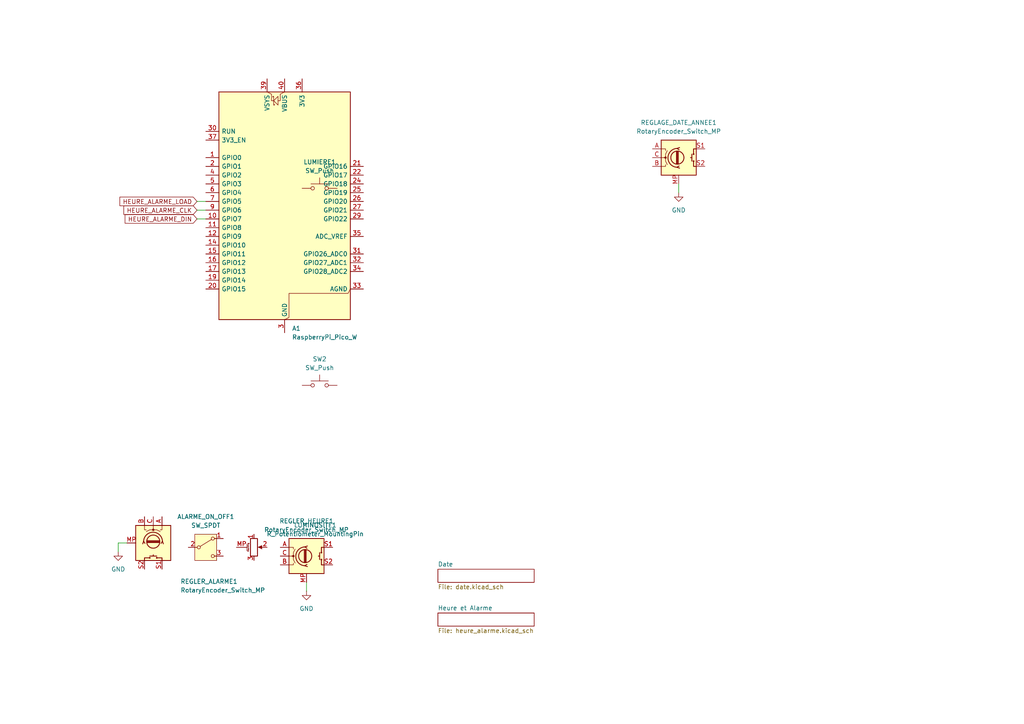
<source format=kicad_sch>
(kicad_sch (version 20250114) (generator "eeschema") (generator_version "9.0")
  (paper "A4")
  (lib_symbols
    (symbol "Device:R_Potentiometer_MountingPin" (pin_names (offset 1.016) (hide yes))
      (property "Reference" "RV" (at -8.255 0 90))
      (property "Value" "R_Potentiometer_MountingPin" (at -6.35 0 90))
      (symbol "R_Potentiometer_MountingPin_0_1"
        (rectangle (start 1.016 2.54) (end -1.016 -2.54) (stroke (width 0.254)))
        (polyline (pts (xy 1.143 0) (xy 2.286 0.508) (xy 2.286 -0.508)) (fill (type outline)))
        (polyline (pts (xy 2.54 0) (xy 1.524 0)))
      )
      (symbol "R_Potentiometer_MountingPin_1_1"
        (polyline (pts (xy -2.032 1.016) (xy -2.032 -1.016)) (stroke (width 0.1524)))
        (text "Mounting" (at -1.651 0 900) (effects (font (size 0.381 0.381))))
        (pin passive line (at -5.08 0 0) (length 3.048) (name "MountPin") (number "MP"))
        (pin passive line (at 0 3.81 270) (length 1.27) (name "1") (number "1"))
        (pin passive line (at 0 -3.81 90) (length 1.27) (name "3") (number "3"))
        (pin passive line (at 3.81 0 180) (length 1.27) (name "2") (number "2"))
      )
    )
    (symbol "Device:RotaryEncoder_Switch_MP" (pin_names (offset 0.254) (hide yes))
      (property "Reference" "SW" (at 0 8.89 0))
      (property "Value" "RotaryEncoder_Switch_MP" (at 0 6.35 0))
      (symbol "RotaryEncoder_Switch_MP_0_1"
        (rectangle (start -5.08 5.08) (end 5.08 -5.08) (stroke (width 0.254)) (fill (type background)))
        (polyline (pts (xy -5.08 2.54) (xy -3.81 2.54) (xy -3.81 2.032)))
        (polyline (pts (xy -5.08 0) (xy -3.81 0) (xy -3.81 -1.016) (xy -3.302 -2.032)))
        (polyline (pts (xy -5.08 -2.54) (xy -3.81 -2.54) (xy -3.81 -2.032)))
        (polyline (pts (xy -4.318 0) (xy -3.81 0) (xy -3.81 1.016) (xy -3.302 2.032)))
        (circle (center -3.81 0) (radius 0.254) (fill (type outline)))
        (polyline (pts (xy -0.635 -1.778) (xy -0.635 1.778)) (stroke (width 0.254)))
        (circle (center -0.381 0) (radius 1.905) (stroke (width 0.254)))
        (polyline (pts (xy -0.381 -1.778) (xy -0.381 1.778)) (stroke (width 0.254)))
        (arc (start -0.381 -2.794) (mid -3.0988 -0.0635) (end -0.381 2.667) (stroke (width 0.254)))
        (polyline (pts (xy -0.127 1.778) (xy -0.127 -1.778)) (stroke (width 0.254)))
        (polyline (pts (xy 0.254 2.921) (xy -0.508 2.667) (xy 0.127 2.286)) (stroke (width 0.254)))
        (polyline (pts (xy 0.254 -3.048) (xy -0.508 -2.794) (xy 0.127 -2.413)) (stroke (width 0.254)))
        (polyline (pts (xy 3.81 1.016) (xy 3.81 -1.016)) (stroke (width 0.254)))
        (polyline (pts (xy 3.81 0) (xy 3.429 0)) (stroke (width 0.254)))
        (circle (center 4.318 1.016) (radius 0.127) (stroke (width 0.254)))
        (circle (center 4.318 -1.016) (radius 0.127) (stroke (width 0.254)))
        (polyline (pts (xy 5.08 2.54) (xy 4.318 2.54) (xy 4.318 1.016)) (stroke (width 0.254)))
        (polyline (pts (xy 5.08 -2.54) (xy 4.318 -2.54) (xy 4.318 -1.016)) (stroke (width 0.254)))
      )
      (symbol "RotaryEncoder_Switch_MP_1_1"
        (pin passive line (at -7.62 2.54 0) (length 2.54) (name "A") (number "A"))
        (pin passive line (at -7.62 0 0) (length 2.54) (name "C") (number "C"))
        (pin passive line (at -7.62 -2.54 0) (length 2.54) (name "B") (number "B"))
        (pin passive line (at 0 -7.62 90) (length 2.54) (name "MP") (number "MP"))
        (pin passive line (at 7.62 2.54 180) (length 2.54) (name "S1") (number "S1"))
        (pin passive line (at 7.62 -2.54 180) (length 2.54) (name "S2") (number "S2"))
      )
    )
    (symbol "MCU_Module:RaspberryPi_Pico_W" (pin_names (offset 0.762))
      (property "Reference" "A" (at -19.05 35.56 0))
      (property "Value" "RaspberryPi_Pico_W" (at 7.62 35.56 0))
      (symbol "RaspberryPi_Pico_W_0_1"
        (rectangle (start -19.05 34.29) (end 19.05 -31.75) (stroke (width 0.254)) (fill (type background)))
        (polyline (pts (xy -5.08 34.29) (xy -3.81 33.655) (xy -3.81 31.75) (xy -3.175 31.75)))
        (polyline (pts (xy -3.429 32.766) (xy -3.429 33.02) (xy -3.175 33.02) (xy -3.175 30.48) (xy -2.921 30.48) (xy -2.921 30.734)))
        (polyline (pts (xy -3.175 31.75) (xy -1.905 33.02) (xy -1.905 30.48) (xy -3.175 31.75)))
        (polyline (pts (xy 0 34.29) (xy -1.27 33.655) (xy -1.27 31.75) (xy -1.905 31.75)))
        (polyline (pts (xy 0 -31.75) (xy 1.27 -31.115) (xy 1.27 -24.13) (xy 18.415 -24.13) (xy 19.05 -22.86)))
      )
      (symbol "RaspberryPi_Pico_W_1_1"
        (pin passive line (at -22.86 22.86 0) (length 3.81) (name "RUN") (number "30"))
        (pin passive line (at -22.86 20.32 0) (length 3.81) (name "3V3_EN") (number "37"))
        (pin bidirectional line (at -22.86 15.24 0) (length 3.81) (name "GPIO0") (number "1"))
        (pin bidirectional line (at -22.86 12.7 0) (length 3.81) (name "GPIO1") (number "2"))
        (pin bidirectional line (at -22.86 10.16 0) (length 3.81) (name "GPIO2") (number "4"))
        (pin bidirectional line (at -22.86 7.62 0) (length 3.81) (name "GPIO3") (number "5"))
        (pin bidirectional line (at -22.86 5.08 0) (length 3.81) (name "GPIO4") (number "6"))
        (pin bidirectional line (at -22.86 2.54 0) (length 3.81) (name "GPIO5") (number "7"))
        (pin bidirectional line (at -22.86 0 0) (length 3.81) (name "GPIO6") (number "9"))
        (pin bidirectional line (at -22.86 -2.54 0) (length 3.81) (name "GPIO7") (number "10"))
        (pin bidirectional line (at -22.86 -5.08 0) (length 3.81) (name "GPIO8") (number "11"))
        (pin bidirectional line (at -22.86 -7.62 0) (length 3.81) (name "GPIO9") (number "12"))
        (pin bidirectional line (at -22.86 -10.16 0) (length 3.81) (name "GPIO10") (number "14"))
        (pin bidirectional line (at -22.86 -12.7 0) (length 3.81) (name "GPIO11") (number "15"))
        (pin bidirectional line (at -22.86 -15.24 0) (length 3.81) (name "GPIO12") (number "16"))
        (pin bidirectional line (at -22.86 -17.78 0) (length 3.81) (name "GPIO13") (number "17"))
        (pin bidirectional line (at -22.86 -20.32 0) (length 3.81) (name "GPIO14") (number "19"))
        (pin bidirectional line (at -22.86 -22.86 0) (length 3.81) (name "GPIO15") (number "20"))
        (pin power_in line (at -5.08 38.1 270) (length 3.81) (name "VSYS") (number "39"))
        (pin power_out line (at 0 38.1 270) (length 3.81) (name "VBUS") (number "40"))
        (pin passive line (at 0 -35.56 90) (length 3.81) (hide yes) (name "GND") (number "13"))
        (pin passive line (at 0 -35.56 90) (length 3.81) (hide yes) (name "GND") (number "18"))
        (pin passive line (at 0 -35.56 90) (length 3.81) (hide yes) (name "GND") (number "23"))
        (pin passive line (at 0 -35.56 90) (length 3.81) (hide yes) (name "GND") (number "28"))
        (pin power_out line (at 0 -35.56 90) (length 3.81) (name "GND") (number "3"))
        (pin passive line (at 0 -35.56 90) (length 3.81) (hide yes) (name "GND") (number "38"))
        (pin passive line (at 0 -35.56 90) (length 3.81) (hide yes) (name "GND") (number "8"))
        (pin power_out line (at 5.08 38.1 270) (length 3.81) (name "3V3") (number "36"))
        (pin bidirectional line (at 22.86 12.7 180) (length 3.81) (name "GPIO16") (number "21"))
        (pin bidirectional line (at 22.86 10.16 180) (length 3.81) (name "GPIO17") (number "22"))
        (pin bidirectional line (at 22.86 7.62 180) (length 3.81) (name "GPIO18") (number "24"))
        (pin bidirectional line (at 22.86 5.08 180) (length 3.81) (name "GPIO19") (number "25"))
        (pin bidirectional line (at 22.86 2.54 180) (length 3.81) (name "GPIO20") (number "26"))
        (pin bidirectional line (at 22.86 0 180) (length 3.81) (name "GPIO21") (number "27"))
        (pin bidirectional line (at 22.86 -2.54 180) (length 3.81) (name "GPIO22") (number "29"))
        (pin power_in line (at 22.86 -7.62 180) (length 3.81) (name "ADC_VREF") (number "35"))
        (pin bidirectional line (at 22.86 -12.7 180) (length 3.81) (name "GPIO26_ADC0") (number "31"))
        (pin bidirectional line (at 22.86 -15.24 180) (length 3.81) (name "GPIO27_ADC1") (number "32"))
        (pin bidirectional line (at 22.86 -17.78 180) (length 3.81) (name "GPIO28_ADC2") (number "34"))
        (pin power_out line (at 22.86 -22.86 180) (length 3.81) (name "AGND") (number "33"))
      )
    )
    (symbol "Switch:SW_Push" (pin_numbers (hide yes)) (pin_names (offset 1.016) (hide yes))
      (property "Reference" "SW" (at 1.27 2.54 0))
      (property "Value" "SW_Push" (at 0 -1.524 0))
      (symbol "SW_Push_0_1"
        (circle (center -2.032 0) (radius 0.508))
        (polyline (pts (xy 0 1.27) (xy 0 3.048)))
        (circle (center 2.032 0) (radius 0.508))
        (polyline (pts (xy 2.54 1.27) (xy -2.54 1.27)))
        (pin passive line (at -5.08 0 0) (length 2.54) (name "1") (number "1"))
        (pin passive line (at 5.08 0 180) (length 2.54) (name "2") (number "2"))
      )
    )
    (symbol "Switch:SW_SPDT" (pin_names (offset 0) (hide yes))
      (property "Reference" "SW" (at 0 5.08 0))
      (property "Value" "SW_SPDT" (at 0 -5.08 0))
      (symbol "SW_SPDT_0_1"
        (circle (center -2.032 0) (radius 0.4572))
        (polyline (pts (xy -1.651 0.254) (xy 1.651 2.286)))
        (circle (center 2.032 2.54) (radius 0.4572))
        (circle (center 2.032 -2.54) (radius 0.4572))
      )
      (symbol "SW_SPDT_1_1"
        (rectangle (start -3.175 3.81) (end 3.175 -3.81) (fill (type background)))
        (pin passive line (at -5.08 0 0) (length 2.54) (name "B") (number "2"))
        (pin passive line (at 5.08 2.54 180) (length 2.54) (name "A") (number "1"))
        (pin passive line (at 5.08 -2.54 180) (length 2.54) (name "C") (number "3"))
      )
    )
    (symbol "power:GND" (power) (pin_numbers (hide yes)) (pin_names (offset 0) (hide yes))
      (property "Value" "GND" (at 0 -3.81 0))
      (symbol "GND_0_1"
        (polyline (pts (xy 0 0) (xy 0 -1.27) (xy 1.27 -1.27) (xy 0 -2.54) (xy -1.27 -1.27) (xy 0 -1.27)))
      )
      (symbol "GND_1_1"
        (pin power_in line (at 0 0 270) (length 0) (name "~") (number "1"))
      )
    )
  )
  (wire (pts (xy 196.85 53.34) (xy 196.85 55.88)))
  (wire (pts (xy 36.83 157.48) (xy 34.29 157.48)))
  (wire (pts (xy 88.9 168.91) (xy 88.9 171.45)))
  (wire (pts (xy 57.15 58.42) (xy 59.69 58.42)))
  (wire (pts (xy 57.15 60.96) (xy 59.69 60.96)))
  (wire (pts (xy 57.15 63.5) (xy 59.69 63.5)))
  (wire (pts (xy 34.29 157.48) (xy 34.29 160.02)))
  (global_label "HEURE_ALARME_DIN" (shape input) (at 57.15 63.5 180) (property "Intersheetrefs" "${INTERSHEET_REFS}" (effects (hide yes))))
  (global_label "HEURE_ALARME_CLK" (shape input) (at 57.15 60.96 180) (property "Intersheetrefs" "${INTERSHEET_REFS}" (effects (hide yes))))
  (global_label "HEURE_ALARME_LOAD" (shape input) (at 57.15 58.42 180) (property "Intersheetrefs" "${INTERSHEET_REFS}" (effects (hide yes))))
  (symbol (lib_id "power:GND") (at 88.9 171.45 0) (unit 1)
    (property "Reference" "#PWR08" (effects (hide yes)))
    (property "Value" "GND" (at 88.9 176.53 0))
    (property "Description" "Power symbol creates a global label with name \"GND\" , ground" (effects (hide yes)))
  )
  (symbol (lib_id "Switch:SW_Push") (at 92.71 111.76 0) (unit 1)
    (property "Reference" "SW2" (at 92.71 104.14 0))
    (property "Value" "SW_Push" (at 92.71 106.68 0))
    (property "Footprint" "Button_Switch_THT:SW_PUSH_6mm" (effects (hide yes)))
    (property "Description" "Push button switch, generic, two pins" (effects (hide yes)))
  )
  (symbol (lib_id "Switch:SW_Push") (at 92.71 54.61 0) (unit 1)
    (property "Reference" "LUMIERE1" (at 92.71 46.99 0))
    (property "Value" "SW_Push" (at 92.71 49.53 0))
    (property "Footprint" "Button_Switch_THT:SW_PUSH_6mm" (effects (hide yes)))
    (property "Description" "Push button switch, generic, two pins" (effects (hide yes)))
  )
  (symbol (lib_id "Device:RotaryEncoder_Switch_MP") (at 88.9 161.29 0) (unit 1)
    (property "Reference" "REGLER_HEURE1" (at 88.9 151.13 0))
    (property "Value" "RotaryEncoder_Switch_MP" (at 88.9 153.67 0))
    (property "Footprint" "Rotary_Encoder:RotaryEncoder_Alps_EC11E-Switch_Vertical_H20mm_MountingHoles" (effects (hide yes)))
    (property "Description" "Rotary encoder, dual channel, incremental quadrate outputs, with switch and MP Pin" (effects (hide yes)))
  )
  (symbol (lib_id "Device:RotaryEncoder_Switch_MP") (at 44.45 157.48 270) (unit 1)
    (property "Reference" "REGLER_ALARME1" (at 52.324 168.656 90) (effects (justify left)))
    (property "Value" "RotaryEncoder_Switch_MP" (at 52.324 171.196 90) (effects (justify left)))
    (property "Footprint" "Rotary_Encoder:RotaryEncoder_Alps_EC11E-Switch_Vertical_H20mm_MountingHoles" (effects (hide yes)))
    (property "Description" "Rotary encoder, dual channel, incremental quadrate outputs, with switch and MP Pin" (effects (hide yes)))
  )
  (symbol (lib_id "Device:RotaryEncoder_Switch_MP") (at 196.85 45.72 0) (unit 1)
    (property "Reference" "REGLAGE_DATE_ANNEE1" (at 196.85 35.56 0))
    (property "Value" "RotaryEncoder_Switch_MP" (at 196.85 38.1 0))
    (property "Footprint" "Rotary_Encoder:RotaryEncoder_Alps_EC11E-Switch_Vertical_H20mm_MountingHoles" (effects (hide yes)))
    (property "Description" "Rotary encoder, dual channel, incremental quadrate outputs, with switch and MP Pin" (effects (hide yes)))
  )
  (symbol (lib_id "MCU_Module:RaspberryPi_Pico_W") (at 82.55 60.96 0) (unit 1)
    (property "Reference" "A1" (at 84.6933 95.25 0) (effects (justify left)))
    (property "Value" "RaspberryPi_Pico_W" (at 84.6933 97.79 0) (effects (justify left)))
    (property "Footprint" "Module:RaspberryPi_Pico_W_SMD_HandSolder" (effects (hide yes)))
    (property "Datasheet" "https://datasheets.raspberrypi.com/picow/pico-w-datasheet.pdf" (effects (hide yes)))
    (property "Description" "Versatile and inexpensive wireless microcontroller module powered by RP2040 dual-core Arm Cortex-M0+ processor up to 133 MHz, 264kB SRAM, 2MB QSPI flash, Infineon CYW43439 2.4GHz 802.11n wireless LAN; also supports Raspberry Pi Pico 2 W" (effects (hide yes)))
  )
  (symbol (lib_id "power:GND") (at 196.85 55.88 0) (unit 1)
    (property "Reference" "#PWR07" (effects (hide yes)))
    (property "Value" "GND" (at 196.85 60.96 0))
    (property "Description" "Power symbol creates a global label with name \"GND\" , ground" (effects (hide yes)))
  )
  (symbol (lib_id "Switch:SW_SPDT") (at 59.69 158.75 0) (unit 1)
    (property "Reference" "ALARME_ON_OFF1" (at 59.69 149.86 0))
    (property "Value" "SW_SPDT" (at 59.69 152.4 0))
    (property "Description" "Switch, single pole double throw" (effects (hide yes)))
  )
  (symbol (lib_id "power:GND") (at 34.29 160.02 0) (unit 1)
    (property "Reference" "#PWR09" (effects (hide yes)))
    (property "Value" "GND" (at 34.29 165.1 0))
    (property "Description" "Power symbol creates a global label with name \"GND\" , ground" (effects (hide yes)))
  )
  (symbol (lib_id "Device:R_Potentiometer_MountingPin") (at 73.66 158.75 0) (unit 1)
    (property "Reference" "LUMINOSITE1" (at 91.44 152.3298 0))
    (property "Value" "R_Potentiometer_MountingPin" (at 91.44 154.8698 0))
    (property "Footprint" "Potentiometer_THT:Potentiometer_Bourns_PTV09A-1_Single_Vertical" (effects (hide yes)))
    (property "Description" "Potentiometer with a mounting pin" (effects (hide yes)))
  )
  (sheet (at 127 177.8) (size 27.94 3.81) (stroke (width 0.1524))
    (property "Sheetname" "Heure et Alarme" (at 127 177.0884 0) (effects (justify left bottom)))
    (property "Sheetfile" "heure_alarme.kicad_sch" (at 127 182.1946 0) (effects (justify left top)))
  )
  (sheet (at 127 165.1) (size 27.94 3.81) (stroke (width 0.1524))
    (property "Sheetname" "Date" (at 127 164.3884 0) (effects (justify left bottom)))
    (property "Sheetfile" "date.kicad_sch" (at 127 169.4946 0) (effects (justify left top)))
  )
)
</source>
